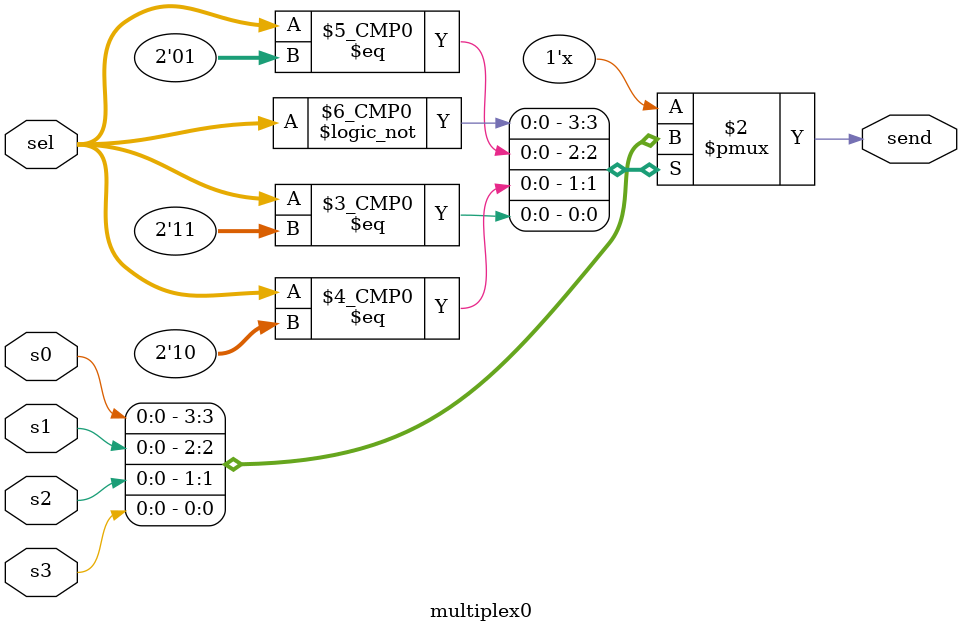
<source format=v>
module multiplex0 (output reg send, input [1:0]sel, input s0, input s1 ,input s2 , input s3);
always@(sel or s0 or s1 or s2 or s3)
begin
case (sel)
	'b00:send=s0; 
	'b01:send=s1;
	'b10:send=s2;
 	'b11:send=s3;
	endcase
end
endmodule

</source>
